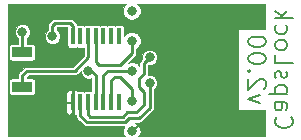
<source format=gbr>
%TF.GenerationSoftware,KiCad,Pcbnew,no-vcs-found-72d4889~60~ubuntu17.04.1*%
%TF.CreationDate,2017-10-28T15:15:39+11:00*%
%TF.ProjectId,capslock,636170736C6F636B2E6B696361645F70,1.00*%
%TF.SameCoordinates,PX60e4b00PY3bf3e68*%
%TF.FileFunction,Copper,L2,Bot,Signal*%
%TF.FilePolarity,Positive*%
%FSLAX46Y46*%
G04 Gerber Fmt 4.6, Leading zero omitted, Abs format (unit mm)*
G04 Created by KiCad (PCBNEW no-vcs-found-72d4889~60~ubuntu17.04.1) date Sat Oct 28 15:15:39 2017*
%MOMM*%
%LPD*%
G01*
G04 APERTURE LIST*
%TA.AperFunction,NonConductor*%
%ADD10C,0.200000*%
%TD*%
%TA.AperFunction,ComponentPad*%
%ADD11C,0.800000*%
%TD*%
%TA.AperFunction,SMDPad,CuDef*%
%ADD12R,0.431800X1.397000*%
%TD*%
%TA.AperFunction,SMDPad,CuDef*%
%ADD13R,1.700000X0.900000*%
%TD*%
%TA.AperFunction,ViaPad*%
%ADD14C,0.800000*%
%TD*%
%TA.AperFunction,Conductor*%
%ADD15C,0.250000*%
%TD*%
%TA.AperFunction,Conductor*%
%ADD16C,0.100000*%
%TD*%
G04 APERTURE END LIST*
D10*
X21784428Y3238858D02*
X20784428Y3596000D01*
X21784428Y3953143D01*
X22141571Y4453143D02*
X22213000Y4524572D01*
X22284428Y4667429D01*
X22284428Y5024572D01*
X22213000Y5167429D01*
X22141571Y5238858D01*
X21998714Y5310286D01*
X21855857Y5310286D01*
X21641571Y5238858D01*
X20784428Y4381715D01*
X20784428Y5310286D01*
X20927285Y5953143D02*
X20855857Y6024572D01*
X20784428Y5953143D01*
X20855857Y5881715D01*
X20927285Y5953143D01*
X20784428Y5953143D01*
X22284428Y6953143D02*
X22284428Y7096000D01*
X22213000Y7238858D01*
X22141571Y7310286D01*
X21998714Y7381715D01*
X21713000Y7453143D01*
X21355857Y7453143D01*
X21070142Y7381715D01*
X20927285Y7310286D01*
X20855857Y7238858D01*
X20784428Y7096000D01*
X20784428Y6953143D01*
X20855857Y6810286D01*
X20927285Y6738858D01*
X21070142Y6667429D01*
X21355857Y6596000D01*
X21713000Y6596000D01*
X21998714Y6667429D01*
X22141571Y6738858D01*
X22213000Y6810286D01*
X22284428Y6953143D01*
X22284428Y8381715D02*
X22284428Y8524572D01*
X22213000Y8667429D01*
X22141571Y8738858D01*
X21998714Y8810286D01*
X21713000Y8881715D01*
X21355857Y8881715D01*
X21070142Y8810286D01*
X20927285Y8738858D01*
X20855857Y8667429D01*
X20784428Y8524572D01*
X20784428Y8381715D01*
X20855857Y8238858D01*
X20927285Y8167429D01*
X21070142Y8096000D01*
X21355857Y8024572D01*
X21713000Y8024572D01*
X21998714Y8096000D01*
X22141571Y8167429D01*
X22213000Y8238858D01*
X22284428Y8381715D01*
X23213285Y2060286D02*
X23141857Y1988858D01*
X23070428Y1774572D01*
X23070428Y1631715D01*
X23141857Y1417429D01*
X23284714Y1274572D01*
X23427571Y1203143D01*
X23713285Y1131715D01*
X23927571Y1131715D01*
X24213285Y1203143D01*
X24356142Y1274572D01*
X24499000Y1417429D01*
X24570428Y1631715D01*
X24570428Y1774572D01*
X24499000Y1988858D01*
X24427571Y2060286D01*
X23070428Y3346000D02*
X23856142Y3346000D01*
X23999000Y3274572D01*
X24070428Y3131715D01*
X24070428Y2846000D01*
X23999000Y2703143D01*
X23141857Y3346000D02*
X23070428Y3203143D01*
X23070428Y2846000D01*
X23141857Y2703143D01*
X23284714Y2631715D01*
X23427571Y2631715D01*
X23570428Y2703143D01*
X23641857Y2846000D01*
X23641857Y3203143D01*
X23713285Y3346000D01*
X24070428Y4060286D02*
X22570428Y4060286D01*
X23999000Y4060286D02*
X24070428Y4203143D01*
X24070428Y4488858D01*
X23999000Y4631715D01*
X23927571Y4703143D01*
X23784714Y4774572D01*
X23356142Y4774572D01*
X23213285Y4703143D01*
X23141857Y4631715D01*
X23070428Y4488858D01*
X23070428Y4203143D01*
X23141857Y4060286D01*
X23141857Y5346000D02*
X23070428Y5488858D01*
X23070428Y5774572D01*
X23141857Y5917429D01*
X23284714Y5988858D01*
X23356142Y5988858D01*
X23499000Y5917429D01*
X23570428Y5774572D01*
X23570428Y5560286D01*
X23641857Y5417429D01*
X23784714Y5346000D01*
X23856142Y5346000D01*
X23999000Y5417429D01*
X24070428Y5560286D01*
X24070428Y5774572D01*
X23999000Y5917429D01*
X23070428Y7346000D02*
X23070428Y6631715D01*
X24570428Y6631715D01*
X23070428Y8060286D02*
X23141857Y7917429D01*
X23213285Y7846000D01*
X23356142Y7774572D01*
X23784714Y7774572D01*
X23927571Y7846000D01*
X23999000Y7917429D01*
X24070428Y8060286D01*
X24070428Y8274572D01*
X23999000Y8417429D01*
X23927571Y8488858D01*
X23784714Y8560286D01*
X23356142Y8560286D01*
X23213285Y8488858D01*
X23141857Y8417429D01*
X23070428Y8274572D01*
X23070428Y8060286D01*
X23141857Y9846000D02*
X23070428Y9703143D01*
X23070428Y9417429D01*
X23141857Y9274572D01*
X23213285Y9203143D01*
X23356142Y9131715D01*
X23784714Y9131715D01*
X23927571Y9203143D01*
X23999000Y9274572D01*
X24070428Y9417429D01*
X24070428Y9703143D01*
X23999000Y9846000D01*
X23070428Y10488858D02*
X24570428Y10488858D01*
X23641857Y10631715D02*
X23070428Y11060286D01*
X24070428Y11060286D02*
X23499000Y10488858D01*
D11*
%TO.P,GND,1*%
%TO.N,GND*%
X10922000Y889000D03*
%TD*%
%TO.P,PGC,1*%
%TO.N,/PGC*%
X10922000Y3429000D03*
%TD*%
%TO.P,PGD,1*%
%TO.N,/PGD*%
X10922000Y5969000D03*
%TD*%
%TO.P,VPP,1*%
%TO.N,/VPP*%
X10922000Y8509000D03*
%TD*%
%TO.P,VDD,1*%
%TO.N,VDD*%
X10922000Y11049000D03*
%TD*%
D12*
%TO.P,U1,1*%
%TO.N,VDD*%
X5943600Y8890000D03*
%TO.P,U1,2*%
%TO.N,/RA5*%
X6578600Y8890000D03*
%TO.P,U1,3*%
%TO.N,/RA4*%
X7239000Y8890000D03*
%TO.P,U1,4*%
%TO.N,/VPP*%
X7874000Y8890000D03*
%TO.P,U1,5*%
%TO.N,/RC5*%
X8534400Y8890000D03*
%TO.P,U1,6*%
%TO.N,/RC4*%
X9182100Y8890000D03*
%TO.P,U1,7*%
%TO.N,/RC3*%
X9829800Y8890000D03*
%TO.P,U1,8*%
%TO.N,/RC2*%
X9829800Y3302000D03*
%TO.P,U1,9*%
%TO.N,/PGC*%
X9182100Y3302000D03*
%TO.P,U1,10*%
%TO.N,/PGD*%
X8534400Y3302000D03*
%TO.P,U1,11*%
%TO.N,/VUSB*%
X7874000Y3302000D03*
%TO.P,U1,12*%
%TO.N,/D-*%
X7226300Y3302000D03*
%TO.P,U1,13*%
%TO.N,/D+*%
X6578600Y3302000D03*
%TO.P,U1,14*%
%TO.N,GND*%
X5930900Y3302000D03*
%TD*%
D13*
%TO.P,R1,1*%
%TO.N,/RA4*%
X1651000Y4646000D03*
%TO.P,R1,2*%
%TO.N,/N1*%
X1651000Y7546000D03*
%TD*%
D14*
%TO.N,VDD*%
X4191000Y8890000D03*
%TO.N,GND*%
X4191000Y3429000D03*
%TO.N,/VUSB*%
X7239000Y5969000D03*
%TO.N,/D+*%
X12446000Y4953000D03*
%TO.N,/D-*%
X12446000Y7112000D03*
%TO.N,/N1*%
X1651000Y9271000D03*
%TD*%
D15*
%TO.N,VDD*%
X4191000Y8890000D02*
X4191000Y9779000D01*
X5943600Y8890000D02*
X5943600Y9803002D01*
X5713602Y10033000D02*
X5943600Y9803002D01*
X4445000Y10033000D02*
X5713602Y10033000D01*
X4191000Y9779000D02*
X4445000Y10033000D01*
%TO.N,GND*%
X5930900Y3302000D02*
X5930900Y2374900D01*
X5715000Y2159000D02*
X4445000Y2159000D01*
X4445000Y2159000D02*
X4191000Y2413000D01*
X4191000Y2413000D02*
X4191000Y3429000D01*
X5930900Y2374900D02*
X5715000Y2159000D01*
%TO.N,/VUSB*%
X7874000Y3302000D02*
X7874000Y5588000D01*
X7493000Y5969000D02*
X7239000Y5969000D01*
X7874000Y5588000D02*
X7493000Y5969000D01*
%TO.N,/VPP*%
X7874000Y8890000D02*
X7874000Y6731000D01*
X10922000Y7493000D02*
X10922000Y8509000D01*
X9906000Y6477000D02*
X10922000Y7493000D01*
X8128000Y6477000D02*
X9906000Y6477000D01*
X7874000Y6731000D02*
X8128000Y6477000D01*
%TO.N,/PGD*%
X8534400Y3302000D02*
X8534400Y5613400D01*
X8890000Y5969000D02*
X10922000Y5969000D01*
X8534400Y5613400D02*
X8890000Y5969000D01*
%TO.N,/PGC*%
X9182100Y3302000D02*
X9182100Y5168900D01*
X10922000Y4445000D02*
X10922000Y3429000D01*
X9906000Y5461000D02*
X10922000Y4445000D01*
X9474200Y5461000D02*
X9906000Y5461000D01*
X9182100Y5168900D02*
X9474200Y5461000D01*
%TO.N,/D+*%
X7112000Y1651000D02*
X10351898Y1651000D01*
X12446000Y4445000D02*
X12446000Y4953000D01*
X6578600Y2184400D02*
X7112000Y1651000D01*
X6578600Y2184400D02*
X6578600Y3302000D01*
X12446000Y2857500D02*
X12446000Y4445000D01*
X11557000Y1968500D02*
X12446000Y2857500D01*
X10669398Y1968500D02*
X11557000Y1968500D01*
X10351898Y1651000D02*
X10669398Y1968500D01*
%TO.N,/D-*%
X11938000Y4191000D02*
X11938000Y3111500D01*
X11938000Y4191000D02*
X11557000Y4572000D01*
X11557000Y4572000D02*
X11557000Y5334000D01*
X11557000Y5334000D02*
X11938000Y5715000D01*
X11938000Y5715000D02*
X11938000Y6604000D01*
X11938000Y6604000D02*
X12446000Y7112000D01*
X7226300Y3302000D02*
X7226300Y2298700D01*
X7226300Y2298700D02*
X7423998Y2101002D01*
X10165502Y2101002D02*
X7423998Y2101002D01*
X10541000Y2476500D02*
X10165502Y2101002D01*
X11303000Y2476500D02*
X10541000Y2476500D01*
X11938000Y3111500D02*
X11303000Y2476500D01*
%TO.N,/N1*%
X1651000Y9271000D02*
X1651000Y7546000D01*
%TO.N,/RA4*%
X7239000Y8890000D02*
X7239000Y7112000D01*
X6096000Y5969000D02*
X2032000Y5969000D01*
X2032000Y5969000D02*
X1651000Y5588000D01*
X1651000Y5588000D02*
X1651000Y4646000D01*
X7239000Y7112000D02*
X6096000Y5969000D01*
%TD*%
D16*
%TO.N,GND*%
G36*
X10286552Y11474395D02*
X10172131Y11198839D01*
X10171870Y10900470D01*
X10285811Y10624714D01*
X10496605Y10413552D01*
X10772161Y10299131D01*
X11070530Y10298870D01*
X11346286Y10412811D01*
X11557448Y10623605D01*
X11671869Y10899161D01*
X11672130Y11197530D01*
X11558189Y11473286D01*
X11362816Y11669000D01*
X22175000Y11669000D01*
X22175000Y9517428D01*
X19893000Y9517428D01*
X19893000Y2674571D01*
X22175000Y2674571D01*
X22175000Y458000D01*
X11459069Y458000D01*
X11450937Y466132D01*
X11581750Y502368D01*
X11679487Y784274D01*
X11661904Y1082124D01*
X11581750Y1275632D01*
X11450935Y1311869D01*
X11028066Y889000D01*
X11042209Y874857D01*
X10936143Y768791D01*
X10922000Y782934D01*
X10907858Y768791D01*
X10801792Y874857D01*
X10815934Y889000D01*
X10801792Y903142D01*
X10907858Y1009208D01*
X10922000Y995066D01*
X11344869Y1417935D01*
X11308632Y1548750D01*
X11179558Y1593500D01*
X11557000Y1593500D01*
X11700507Y1622045D01*
X11822165Y1703335D01*
X12711165Y2592335D01*
X12792455Y2713993D01*
X12821000Y2857500D01*
X12821000Y4408909D01*
X12996722Y4584324D01*
X13095887Y4823140D01*
X13096112Y5081726D01*
X12997364Y5320714D01*
X12814676Y5503722D01*
X12575860Y5602887D01*
X12317274Y5603112D01*
X12288368Y5591168D01*
X12313000Y5715000D01*
X12313000Y6448670D01*
X12326434Y6462104D01*
X12574726Y6461888D01*
X12813714Y6560636D01*
X12996722Y6743324D01*
X13095887Y6982140D01*
X13096112Y7240726D01*
X12997364Y7479714D01*
X12814676Y7662722D01*
X12575860Y7761887D01*
X12317274Y7762112D01*
X12078286Y7663364D01*
X11895278Y7480676D01*
X11796113Y7241860D01*
X11795896Y6992226D01*
X11672835Y6869165D01*
X11591545Y6747507D01*
X11589455Y6737000D01*
X11563000Y6604000D01*
X11563000Y6381643D01*
X11558189Y6393286D01*
X11347395Y6604448D01*
X11071839Y6718869D01*
X10773470Y6719130D01*
X10611559Y6652229D01*
X11187165Y7227835D01*
X11268455Y7349493D01*
X11297000Y7493000D01*
X11297000Y7852446D01*
X11346286Y7872811D01*
X11557448Y8083605D01*
X11671869Y8359161D01*
X11672130Y8657530D01*
X11558189Y8933286D01*
X11347395Y9144448D01*
X11071839Y9258869D01*
X10773470Y9259130D01*
X10497714Y9145189D01*
X10300597Y8948416D01*
X10300597Y9588500D01*
X10281194Y9686045D01*
X10225939Y9768739D01*
X10143245Y9823994D01*
X10045700Y9843397D01*
X9613900Y9843397D01*
X9516355Y9823994D01*
X9505950Y9817042D01*
X9495545Y9823994D01*
X9398000Y9843397D01*
X8966200Y9843397D01*
X8868655Y9823994D01*
X8858250Y9817042D01*
X8847845Y9823994D01*
X8750300Y9843397D01*
X8318500Y9843397D01*
X8220955Y9823994D01*
X8204200Y9812799D01*
X8187445Y9823994D01*
X8089900Y9843397D01*
X7658100Y9843397D01*
X7560555Y9823994D01*
X7556500Y9821285D01*
X7552445Y9823994D01*
X7454900Y9843397D01*
X7023100Y9843397D01*
X6925555Y9823994D01*
X6908800Y9812799D01*
X6892045Y9823994D01*
X6794500Y9843397D01*
X6362700Y9843397D01*
X6312549Y9833421D01*
X6290055Y9946508D01*
X6290055Y9946509D01*
X6208765Y10068167D01*
X5978767Y10298165D01*
X5857109Y10379455D01*
X5713602Y10408000D01*
X4445000Y10408000D01*
X4301493Y10379455D01*
X4179835Y10298165D01*
X3925835Y10044165D01*
X3844545Y9922507D01*
X3837978Y9889493D01*
X3816000Y9779000D01*
X3816000Y9434091D01*
X3640278Y9258676D01*
X3541113Y9019860D01*
X3540888Y8761274D01*
X3639636Y8522286D01*
X3822324Y8339278D01*
X4061140Y8240113D01*
X4319726Y8239888D01*
X4558714Y8338636D01*
X4741722Y8521324D01*
X4840887Y8760140D01*
X4841112Y9018726D01*
X4742364Y9257714D01*
X4566000Y9434387D01*
X4566000Y9623670D01*
X4600330Y9658000D01*
X5486627Y9658000D01*
X5472803Y9588500D01*
X5472803Y8191500D01*
X5492206Y8093955D01*
X5547461Y8011261D01*
X5630155Y7956006D01*
X5727700Y7936603D01*
X6159500Y7936603D01*
X6257045Y7956006D01*
X6261100Y7958715D01*
X6265155Y7956006D01*
X6362700Y7936603D01*
X6794500Y7936603D01*
X6864000Y7950427D01*
X6864000Y7267330D01*
X5940670Y6344000D01*
X2032000Y6344000D01*
X1888494Y6315455D01*
X1888492Y6315454D01*
X1888493Y6315454D01*
X1766835Y6234165D01*
X1385835Y5853165D01*
X1304545Y5731507D01*
X1301262Y5715000D01*
X1276000Y5588000D01*
X1276000Y5350897D01*
X801000Y5350897D01*
X703455Y5331494D01*
X620761Y5276239D01*
X565506Y5193545D01*
X546103Y5096000D01*
X546103Y4196000D01*
X565506Y4098455D01*
X620761Y4015761D01*
X703455Y3960506D01*
X801000Y3941103D01*
X2501000Y3941103D01*
X2598545Y3960506D01*
X2681239Y4015761D01*
X2717560Y4070120D01*
X5365000Y4070120D01*
X5365000Y3464500D01*
X5452500Y3377000D01*
X5855900Y3377000D01*
X5855900Y4263000D01*
X5768400Y4350500D01*
X5645381Y4350500D01*
X5516741Y4297216D01*
X5418285Y4198759D01*
X5365000Y4070120D01*
X2717560Y4070120D01*
X2736494Y4098455D01*
X2755897Y4196000D01*
X2755897Y5096000D01*
X2736494Y5193545D01*
X2681239Y5276239D01*
X2598545Y5331494D01*
X2501000Y5350897D01*
X2026000Y5350897D01*
X2026000Y5432670D01*
X2187330Y5594000D01*
X6096000Y5594000D01*
X6239507Y5622545D01*
X6361165Y5703835D01*
X6588967Y5931637D01*
X6588888Y5840274D01*
X6687636Y5601286D01*
X6870324Y5418278D01*
X7109140Y5319113D01*
X7367726Y5318888D01*
X7499000Y5373129D01*
X7499000Y4244099D01*
X7442200Y4255397D01*
X7010400Y4255397D01*
X6912855Y4235994D01*
X6902450Y4229042D01*
X6892045Y4235994D01*
X6794500Y4255397D01*
X6386878Y4255397D01*
X6345059Y4297216D01*
X6216419Y4350500D01*
X6093400Y4350500D01*
X6005900Y4263000D01*
X6005900Y3377000D01*
X6025900Y3377000D01*
X6025900Y3227000D01*
X6005900Y3227000D01*
X6005900Y2341000D01*
X6093400Y2253500D01*
X6203600Y2253500D01*
X6203600Y2184400D01*
X6232145Y2040893D01*
X6313435Y1919235D01*
X6846835Y1385835D01*
X6968494Y1304545D01*
X7112000Y1276000D01*
X10263578Y1276000D01*
X10262250Y1275632D01*
X10164513Y993726D01*
X10182096Y695876D01*
X10262250Y502368D01*
X10393063Y466132D01*
X10384931Y458000D01*
X431000Y458000D01*
X431000Y3139500D01*
X5365000Y3139500D01*
X5365000Y2533880D01*
X5418285Y2405241D01*
X5516741Y2306784D01*
X5645381Y2253500D01*
X5768400Y2253500D01*
X5855900Y2341000D01*
X5855900Y3227000D01*
X5452500Y3227000D01*
X5365000Y3139500D01*
X431000Y3139500D01*
X431000Y7996000D01*
X546103Y7996000D01*
X546103Y7096000D01*
X565506Y6998455D01*
X620761Y6915761D01*
X703455Y6860506D01*
X801000Y6841103D01*
X2501000Y6841103D01*
X2598545Y6860506D01*
X2681239Y6915761D01*
X2736494Y6998455D01*
X2755897Y7096000D01*
X2755897Y7996000D01*
X2736494Y8093545D01*
X2681239Y8176239D01*
X2598545Y8231494D01*
X2501000Y8250897D01*
X2026000Y8250897D01*
X2026000Y8726909D01*
X2201722Y8902324D01*
X2300887Y9141140D01*
X2301112Y9399726D01*
X2202364Y9638714D01*
X2019676Y9821722D01*
X1780860Y9920887D01*
X1522274Y9921112D01*
X1283286Y9822364D01*
X1100278Y9639676D01*
X1001113Y9400860D01*
X1000888Y9142274D01*
X1099636Y8903286D01*
X1276000Y8726613D01*
X1276000Y8250897D01*
X801000Y8250897D01*
X703455Y8231494D01*
X620761Y8176239D01*
X565506Y8093545D01*
X546103Y7996000D01*
X431000Y7996000D01*
X431000Y11669000D01*
X10481497Y11669000D01*
X10286552Y11474395D01*
X10286552Y11474395D01*
G37*
X10286552Y11474395D02*
X10172131Y11198839D01*
X10171870Y10900470D01*
X10285811Y10624714D01*
X10496605Y10413552D01*
X10772161Y10299131D01*
X11070530Y10298870D01*
X11346286Y10412811D01*
X11557448Y10623605D01*
X11671869Y10899161D01*
X11672130Y11197530D01*
X11558189Y11473286D01*
X11362816Y11669000D01*
X22175000Y11669000D01*
X22175000Y9517428D01*
X19893000Y9517428D01*
X19893000Y2674571D01*
X22175000Y2674571D01*
X22175000Y458000D01*
X11459069Y458000D01*
X11450937Y466132D01*
X11581750Y502368D01*
X11679487Y784274D01*
X11661904Y1082124D01*
X11581750Y1275632D01*
X11450935Y1311869D01*
X11028066Y889000D01*
X11042209Y874857D01*
X10936143Y768791D01*
X10922000Y782934D01*
X10907858Y768791D01*
X10801792Y874857D01*
X10815934Y889000D01*
X10801792Y903142D01*
X10907858Y1009208D01*
X10922000Y995066D01*
X11344869Y1417935D01*
X11308632Y1548750D01*
X11179558Y1593500D01*
X11557000Y1593500D01*
X11700507Y1622045D01*
X11822165Y1703335D01*
X12711165Y2592335D01*
X12792455Y2713993D01*
X12821000Y2857500D01*
X12821000Y4408909D01*
X12996722Y4584324D01*
X13095887Y4823140D01*
X13096112Y5081726D01*
X12997364Y5320714D01*
X12814676Y5503722D01*
X12575860Y5602887D01*
X12317274Y5603112D01*
X12288368Y5591168D01*
X12313000Y5715000D01*
X12313000Y6448670D01*
X12326434Y6462104D01*
X12574726Y6461888D01*
X12813714Y6560636D01*
X12996722Y6743324D01*
X13095887Y6982140D01*
X13096112Y7240726D01*
X12997364Y7479714D01*
X12814676Y7662722D01*
X12575860Y7761887D01*
X12317274Y7762112D01*
X12078286Y7663364D01*
X11895278Y7480676D01*
X11796113Y7241860D01*
X11795896Y6992226D01*
X11672835Y6869165D01*
X11591545Y6747507D01*
X11589455Y6737000D01*
X11563000Y6604000D01*
X11563000Y6381643D01*
X11558189Y6393286D01*
X11347395Y6604448D01*
X11071839Y6718869D01*
X10773470Y6719130D01*
X10611559Y6652229D01*
X11187165Y7227835D01*
X11268455Y7349493D01*
X11297000Y7493000D01*
X11297000Y7852446D01*
X11346286Y7872811D01*
X11557448Y8083605D01*
X11671869Y8359161D01*
X11672130Y8657530D01*
X11558189Y8933286D01*
X11347395Y9144448D01*
X11071839Y9258869D01*
X10773470Y9259130D01*
X10497714Y9145189D01*
X10300597Y8948416D01*
X10300597Y9588500D01*
X10281194Y9686045D01*
X10225939Y9768739D01*
X10143245Y9823994D01*
X10045700Y9843397D01*
X9613900Y9843397D01*
X9516355Y9823994D01*
X9505950Y9817042D01*
X9495545Y9823994D01*
X9398000Y9843397D01*
X8966200Y9843397D01*
X8868655Y9823994D01*
X8858250Y9817042D01*
X8847845Y9823994D01*
X8750300Y9843397D01*
X8318500Y9843397D01*
X8220955Y9823994D01*
X8204200Y9812799D01*
X8187445Y9823994D01*
X8089900Y9843397D01*
X7658100Y9843397D01*
X7560555Y9823994D01*
X7556500Y9821285D01*
X7552445Y9823994D01*
X7454900Y9843397D01*
X7023100Y9843397D01*
X6925555Y9823994D01*
X6908800Y9812799D01*
X6892045Y9823994D01*
X6794500Y9843397D01*
X6362700Y9843397D01*
X6312549Y9833421D01*
X6290055Y9946508D01*
X6290055Y9946509D01*
X6208765Y10068167D01*
X5978767Y10298165D01*
X5857109Y10379455D01*
X5713602Y10408000D01*
X4445000Y10408000D01*
X4301493Y10379455D01*
X4179835Y10298165D01*
X3925835Y10044165D01*
X3844545Y9922507D01*
X3837978Y9889493D01*
X3816000Y9779000D01*
X3816000Y9434091D01*
X3640278Y9258676D01*
X3541113Y9019860D01*
X3540888Y8761274D01*
X3639636Y8522286D01*
X3822324Y8339278D01*
X4061140Y8240113D01*
X4319726Y8239888D01*
X4558714Y8338636D01*
X4741722Y8521324D01*
X4840887Y8760140D01*
X4841112Y9018726D01*
X4742364Y9257714D01*
X4566000Y9434387D01*
X4566000Y9623670D01*
X4600330Y9658000D01*
X5486627Y9658000D01*
X5472803Y9588500D01*
X5472803Y8191500D01*
X5492206Y8093955D01*
X5547461Y8011261D01*
X5630155Y7956006D01*
X5727700Y7936603D01*
X6159500Y7936603D01*
X6257045Y7956006D01*
X6261100Y7958715D01*
X6265155Y7956006D01*
X6362700Y7936603D01*
X6794500Y7936603D01*
X6864000Y7950427D01*
X6864000Y7267330D01*
X5940670Y6344000D01*
X2032000Y6344000D01*
X1888494Y6315455D01*
X1888492Y6315454D01*
X1888493Y6315454D01*
X1766835Y6234165D01*
X1385835Y5853165D01*
X1304545Y5731507D01*
X1301262Y5715000D01*
X1276000Y5588000D01*
X1276000Y5350897D01*
X801000Y5350897D01*
X703455Y5331494D01*
X620761Y5276239D01*
X565506Y5193545D01*
X546103Y5096000D01*
X546103Y4196000D01*
X565506Y4098455D01*
X620761Y4015761D01*
X703455Y3960506D01*
X801000Y3941103D01*
X2501000Y3941103D01*
X2598545Y3960506D01*
X2681239Y4015761D01*
X2717560Y4070120D01*
X5365000Y4070120D01*
X5365000Y3464500D01*
X5452500Y3377000D01*
X5855900Y3377000D01*
X5855900Y4263000D01*
X5768400Y4350500D01*
X5645381Y4350500D01*
X5516741Y4297216D01*
X5418285Y4198759D01*
X5365000Y4070120D01*
X2717560Y4070120D01*
X2736494Y4098455D01*
X2755897Y4196000D01*
X2755897Y5096000D01*
X2736494Y5193545D01*
X2681239Y5276239D01*
X2598545Y5331494D01*
X2501000Y5350897D01*
X2026000Y5350897D01*
X2026000Y5432670D01*
X2187330Y5594000D01*
X6096000Y5594000D01*
X6239507Y5622545D01*
X6361165Y5703835D01*
X6588967Y5931637D01*
X6588888Y5840274D01*
X6687636Y5601286D01*
X6870324Y5418278D01*
X7109140Y5319113D01*
X7367726Y5318888D01*
X7499000Y5373129D01*
X7499000Y4244099D01*
X7442200Y4255397D01*
X7010400Y4255397D01*
X6912855Y4235994D01*
X6902450Y4229042D01*
X6892045Y4235994D01*
X6794500Y4255397D01*
X6386878Y4255397D01*
X6345059Y4297216D01*
X6216419Y4350500D01*
X6093400Y4350500D01*
X6005900Y4263000D01*
X6005900Y3377000D01*
X6025900Y3377000D01*
X6025900Y3227000D01*
X6005900Y3227000D01*
X6005900Y2341000D01*
X6093400Y2253500D01*
X6203600Y2253500D01*
X6203600Y2184400D01*
X6232145Y2040893D01*
X6313435Y1919235D01*
X6846835Y1385835D01*
X6968494Y1304545D01*
X7112000Y1276000D01*
X10263578Y1276000D01*
X10262250Y1275632D01*
X10164513Y993726D01*
X10182096Y695876D01*
X10262250Y502368D01*
X10393063Y466132D01*
X10384931Y458000D01*
X431000Y458000D01*
X431000Y3139500D01*
X5365000Y3139500D01*
X5365000Y2533880D01*
X5418285Y2405241D01*
X5516741Y2306784D01*
X5645381Y2253500D01*
X5768400Y2253500D01*
X5855900Y2341000D01*
X5855900Y3227000D01*
X5452500Y3227000D01*
X5365000Y3139500D01*
X431000Y3139500D01*
X431000Y7996000D01*
X546103Y7996000D01*
X546103Y7096000D01*
X565506Y6998455D01*
X620761Y6915761D01*
X703455Y6860506D01*
X801000Y6841103D01*
X2501000Y6841103D01*
X2598545Y6860506D01*
X2681239Y6915761D01*
X2736494Y6998455D01*
X2755897Y7096000D01*
X2755897Y7996000D01*
X2736494Y8093545D01*
X2681239Y8176239D01*
X2598545Y8231494D01*
X2501000Y8250897D01*
X2026000Y8250897D01*
X2026000Y8726909D01*
X2201722Y8902324D01*
X2300887Y9141140D01*
X2301112Y9399726D01*
X2202364Y9638714D01*
X2019676Y9821722D01*
X1780860Y9920887D01*
X1522274Y9921112D01*
X1283286Y9822364D01*
X1100278Y9639676D01*
X1001113Y9400860D01*
X1000888Y9142274D01*
X1099636Y8903286D01*
X1276000Y8726613D01*
X1276000Y8250897D01*
X801000Y8250897D01*
X703455Y8231494D01*
X620761Y8176239D01*
X565506Y8093545D01*
X546103Y7996000D01*
X431000Y7996000D01*
X431000Y11669000D01*
X10481497Y11669000D01*
X10286552Y11474395D01*
%TD*%
M02*

</source>
